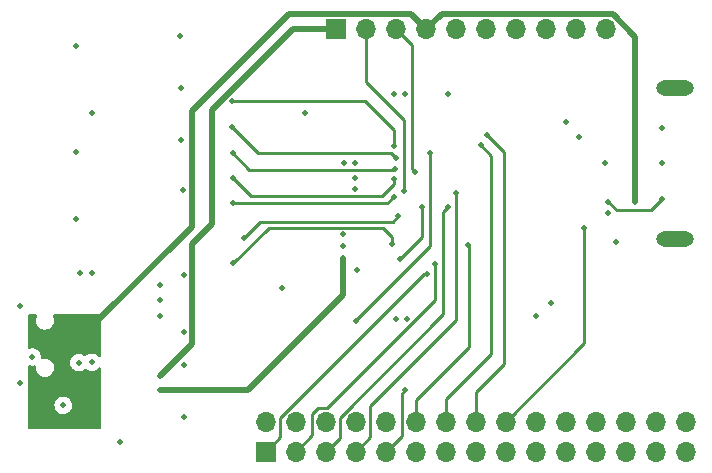
<source format=gbr>
%TF.GenerationSoftware,KiCad,Pcbnew,(6.0.2)*%
%TF.CreationDate,2022-03-17T20:21:47-04:00*%
%TF.ProjectId,sparkboxBreakout,73706172-6b62-46f7-9842-7265616b6f75,rev?*%
%TF.SameCoordinates,Original*%
%TF.FileFunction,Copper,L4,Bot*%
%TF.FilePolarity,Positive*%
%FSLAX46Y46*%
G04 Gerber Fmt 4.6, Leading zero omitted, Abs format (unit mm)*
G04 Created by KiCad (PCBNEW (6.0.2)) date 2022-03-17 20:21:47*
%MOMM*%
%LPD*%
G01*
G04 APERTURE LIST*
%TA.AperFunction,ComponentPad*%
%ADD10R,1.700000X1.700000*%
%TD*%
%TA.AperFunction,ComponentPad*%
%ADD11O,1.700000X1.700000*%
%TD*%
%TA.AperFunction,ComponentPad*%
%ADD12O,3.200000X1.300000*%
%TD*%
%TA.AperFunction,ViaPad*%
%ADD13C,0.460000*%
%TD*%
%TA.AperFunction,Conductor*%
%ADD14C,0.500000*%
%TD*%
%TA.AperFunction,Conductor*%
%ADD15C,0.250000*%
%TD*%
G04 APERTURE END LIST*
D10*
%TO.P,J4,1,Pin_1*%
%TO.N,FMC_DA0*%
X114100000Y-116850000D03*
D11*
%TO.P,J4,2,Pin_2*%
%TO.N,unconnected-(J4-Pad2)*%
X114100000Y-114310000D03*
%TO.P,J4,3,Pin_3*%
%TO.N,FMC_DA1*%
X116640000Y-116850000D03*
%TO.P,J4,4,Pin_4*%
%TO.N,+3V3*%
X116640000Y-114310000D03*
%TO.P,J4,5,Pin_5*%
%TO.N,FMC_DA2*%
X119180000Y-116850000D03*
%TO.P,J4,6,Pin_6*%
%TO.N,GND*%
X119180000Y-114310000D03*
%TO.P,J4,7,Pin_7*%
%TO.N,FMC_DA3*%
X121720000Y-116850000D03*
%TO.P,J4,8,Pin_8*%
%TO.N,FMC_NBL0*%
X121720000Y-114310000D03*
%TO.P,J4,9,Pin_9*%
%TO.N,FMC_DA4*%
X124260000Y-116850000D03*
%TO.P,J4,10,Pin_10*%
%TO.N,FMC_NBL1*%
X124260000Y-114310000D03*
%TO.P,J4,11,Pin_11*%
%TO.N,FMC_DA5*%
X126800000Y-116850000D03*
%TO.P,J4,12,Pin_12*%
%TO.N,FMC_NL*%
X126800000Y-114310000D03*
%TO.P,J4,13,Pin_13*%
%TO.N,FMC_DA6*%
X129340000Y-116850000D03*
%TO.P,J4,14,Pin_14*%
%TO.N,FMC_NWE*%
X129340000Y-114310000D03*
%TO.P,J4,15,Pin_15*%
%TO.N,FMC_DA7*%
X131880000Y-116850000D03*
%TO.P,J4,16,Pin_16*%
%TO.N,FMC_NOE*%
X131880000Y-114310000D03*
%TO.P,J4,17,Pin_17*%
%TO.N,FMC_DA8*%
X134420000Y-116850000D03*
%TO.P,J4,18,Pin_18*%
%TO.N,FMC_NE2*%
X134420000Y-114310000D03*
%TO.P,J4,19,Pin_19*%
%TO.N,FMC_DA9*%
X136960000Y-116850000D03*
%TO.P,J4,20,Pin_20*%
%TO.N,GND*%
X136960000Y-114310000D03*
%TO.P,J4,21,Pin_21*%
%TO.N,FMC_DA10*%
X139500000Y-116850000D03*
%TO.P,J4,22,Pin_22*%
%TO.N,GND*%
X139500000Y-114310000D03*
%TO.P,J4,23,Pin_23*%
%TO.N,FMC_DA11*%
X142040000Y-116850000D03*
%TO.P,J4,24,Pin_24*%
%TO.N,GND*%
X142040000Y-114310000D03*
%TO.P,J4,25,Pin_25*%
%TO.N,FMC_DA12*%
X144580000Y-116850000D03*
%TO.P,J4,26,Pin_26*%
%TO.N,+3V3*%
X144580000Y-114310000D03*
%TO.P,J4,27,Pin_27*%
%TO.N,FMC_DA13*%
X147120000Y-116850000D03*
%TO.P,J4,28,Pin_28*%
%TO.N,+3V3*%
X147120000Y-114310000D03*
%TO.P,J4,29,Pin_29*%
%TO.N,FMC_DA14*%
X149660000Y-116850000D03*
%TO.P,J4,30,Pin_30*%
%TO.N,FMC_DA15*%
X149660000Y-114310000D03*
%TD*%
D10*
%TO.P,J3,1,Pin_1*%
%TO.N,+3.3VA*%
X120075000Y-81100000D03*
D11*
%TO.P,J3,2,Pin_2*%
%TO.N,DAC_1*%
X122615000Y-81100000D03*
%TO.P,J3,3,Pin_3*%
%TO.N,DAC_2*%
X125155000Y-81100000D03*
%TO.P,J3,4,Pin_4*%
%TO.N,+5V*%
X127695000Y-81100000D03*
%TO.P,J3,5,Pin_5*%
%TO.N,I2C_SDA*%
X130235000Y-81100000D03*
%TO.P,J3,6,Pin_6*%
%TO.N,I2C_SCL*%
X132775000Y-81100000D03*
%TO.P,J3,7,Pin_7*%
%TO.N,SWCLK*%
X135315000Y-81100000D03*
%TO.P,J3,8,Pin_8*%
%TO.N,SWDIO*%
X137855000Y-81100000D03*
%TO.P,J3,9,Pin_9*%
%TO.N,+3V3*%
X140395000Y-81100000D03*
%TO.P,J3,10,Pin_10*%
%TO.N,GND*%
X142935000Y-81100000D03*
%TD*%
D12*
%TO.P,J2,10,SHIELD*%
%TO.N,GND*%
X148775000Y-98825000D03*
X148775000Y-86025000D03*
%TD*%
D13*
%TO.N,FMC_DA4*%
X125900000Y-111650000D03*
%TO.N,DAC_2*%
X126750000Y-93200000D03*
%TO.N,DAC_1*%
X125850000Y-94775000D03*
%TO.N,FMC_NBL1*%
X127375000Y-96100000D03*
X125475000Y-100575000D03*
%TO.N,FMC_NBL0*%
X128025000Y-91550000D03*
X121775000Y-105775000D03*
%TO.N,FMC_DA1*%
X128425000Y-101000000D03*
%TO.N,FMC_DA0*%
X127725000Y-101775000D03*
%TO.N,FMC_DA3*%
X130250000Y-94975000D03*
%TO.N,FMC_DA2*%
X129550000Y-96175000D03*
%TO.N,FMC_NL*%
X131250000Y-99350000D03*
%TO.N,FMC_NWE*%
X132300000Y-90900000D03*
%TO.N,FMC_NOE*%
X132825000Y-90050000D03*
%TO.N,FMC_NE2*%
X141050000Y-97950000D03*
%TO.N,BUTTON_USER*%
X124786362Y-99290939D03*
%TO.N,NRST*%
X125300000Y-96925000D03*
%TO.N,+5V*%
X145400000Y-95700000D03*
%TO.N,LED5*%
X125075000Y-92925000D03*
%TO.N,LED6*%
X124987094Y-93762906D03*
%TO.N,LED7*%
X124925000Y-95250000D03*
%TO.N,LED4*%
X125150000Y-92000000D03*
%TO.N,GND*%
X120650000Y-98450000D03*
%TO.N,BUTTON_USER*%
X111350000Y-100900000D03*
%TO.N,NRST*%
X112225000Y-98775000D03*
%TO.N,LED7*%
X111375000Y-95800000D03*
%TO.N,LED6*%
X111375000Y-93700000D03*
%TO.N,LED5*%
X111300000Y-91575000D03*
%TO.N,LED4*%
X111275000Y-89375000D03*
%TO.N,LED3*%
X111275000Y-87175000D03*
X124925000Y-91000000D03*
%TO.N,GND*%
X107175000Y-101925000D03*
X107175000Y-106750000D03*
X107175000Y-109525000D03*
X96950000Y-112925000D03*
X101750000Y-116050000D03*
X107150000Y-113900000D03*
%TO.N,+3V3*%
X105175000Y-105325000D03*
X105150000Y-102750000D03*
X105150000Y-104025000D03*
X124945000Y-86525000D03*
%TO.N,GND*%
X125905000Y-86525000D03*
X129525000Y-86550000D03*
X142850000Y-92400000D03*
X147625000Y-92425000D03*
X147625000Y-89425000D03*
%TO.N,USB_FS_VBUS*%
X147650000Y-95450000D03*
X143112500Y-95700000D03*
%TO.N,GND*%
X143100000Y-96650000D03*
%TO.N,+3V3*%
X139490000Y-88975000D03*
%TO.N,GND*%
X140650000Y-90245000D03*
%TO.N,+3V3*%
X143775000Y-99075000D03*
X138250000Y-104270000D03*
%TO.N,GND*%
X137005000Y-105375000D03*
%TO.N,+3V3*%
X126055000Y-105600000D03*
%TO.N,GND*%
X125095000Y-105600000D03*
X121800000Y-101435000D03*
X115525000Y-103000000D03*
X117400000Y-88200000D03*
%TO.N,+3V3*%
X121650000Y-94630000D03*
%TO.N,GND*%
X121650000Y-93670000D03*
%TO.N,+3V3*%
X121680000Y-92450000D03*
%TO.N,GND*%
X120720000Y-92450000D03*
X98075000Y-91475000D03*
X99425000Y-88150000D03*
X98075000Y-82525000D03*
%TO.N,+3V3*%
X98025000Y-97125000D03*
%TO.N,GND*%
X106865000Y-81685000D03*
X106915000Y-86060000D03*
X106915000Y-90435000D03*
X107065000Y-94710000D03*
%TO.N,+3.3VA*%
X120675000Y-100445000D03*
X120650000Y-99405000D03*
X105150000Y-110400000D03*
X105175000Y-111600000D03*
%TO.N,GND*%
X98350000Y-101700000D03*
X99400000Y-101700000D03*
X93275000Y-104480000D03*
X93275000Y-111020000D03*
X94350000Y-108825000D03*
X98275000Y-109300000D03*
X99375000Y-109275000D03*
%TO.N,+5V*%
X96850000Y-105625000D03*
X98300000Y-113900000D03*
X99350000Y-113900000D03*
X99350000Y-106325000D03*
X98325000Y-106350000D03*
X94575000Y-107125000D03*
%TD*%
D14*
%TO.N,+3.3VA*%
X120675000Y-103550000D02*
X120675000Y-100445000D01*
X112625000Y-111600000D02*
X120675000Y-103550000D01*
X105175000Y-111600000D02*
X112625000Y-111600000D01*
X120620000Y-99405000D02*
X120650000Y-99405000D01*
D15*
%TO.N,FMC_NBL0*%
X128025000Y-99475000D02*
X128025000Y-91550000D01*
X121775000Y-105775000D02*
X121775000Y-105725000D01*
X121775000Y-105725000D02*
X128025000Y-99475000D01*
%TO.N,FMC_NBL1*%
X125475000Y-100575000D02*
X127375000Y-98675000D01*
X127375000Y-98675000D02*
X127375000Y-96100000D01*
%TO.N,FMC_DA4*%
X125625489Y-115484511D02*
X124260000Y-116850000D01*
X125625489Y-111924511D02*
X125625489Y-115484511D01*
X125900000Y-111650000D02*
X125625489Y-111924511D01*
%TO.N,DAC_1*%
X122615000Y-85540000D02*
X122615000Y-81100000D01*
X125850000Y-88775000D02*
X122615000Y-85540000D01*
X125850000Y-94775000D02*
X125850000Y-88775000D01*
%TO.N,DAC_2*%
X126459511Y-82404511D02*
X125155000Y-81100000D01*
X126459511Y-92909511D02*
X126459511Y-82404511D01*
X126750000Y-93200000D02*
X126459511Y-92909511D01*
%TO.N,FMC_DA0*%
X115325000Y-115625000D02*
X114100000Y-116850000D01*
X115325000Y-113963990D02*
X115325000Y-115625000D01*
X127513990Y-101775000D02*
X115325000Y-113963990D01*
X127725000Y-101775000D02*
X127513990Y-101775000D01*
%TO.N,FMC_DA1*%
X118025000Y-115465000D02*
X116640000Y-116850000D01*
X118025000Y-115100000D02*
X118025000Y-115465000D01*
X118005489Y-115080489D02*
X118025000Y-115100000D01*
X118005489Y-113619511D02*
X118005489Y-115080489D01*
X119303709Y-113135489D02*
X118489511Y-113135489D01*
X128425000Y-101000000D02*
X128425000Y-104014198D01*
X118489511Y-113135489D02*
X118005489Y-113619511D01*
X128425000Y-104014198D02*
X119303709Y-113135489D01*
D14*
%TO.N,+3.3VA*%
X116389025Y-81100000D02*
X120075000Y-81100000D01*
X109550000Y-87939025D02*
X116389025Y-81100000D01*
X107854511Y-99270489D02*
X109550000Y-97575000D01*
X109550000Y-97575000D02*
X109550000Y-87939025D01*
X107854511Y-107695489D02*
X107854511Y-99270489D01*
X105150000Y-110400000D02*
X107854511Y-107695489D01*
%TO.N,+5V*%
X126395000Y-79800000D02*
X127695000Y-81100000D01*
X107850000Y-88025000D02*
X116075000Y-79800000D01*
X116075000Y-79800000D02*
X126395000Y-79800000D01*
X107850000Y-97825000D02*
X107850000Y-88025000D01*
X99350000Y-106325000D02*
X107850000Y-97825000D01*
D15*
%TO.N,FMC_DA3*%
X122975000Y-115595000D02*
X121720000Y-116850000D01*
X122975000Y-112975000D02*
X122975000Y-115595000D01*
X130250000Y-105700000D02*
X122975000Y-112975000D01*
X130250000Y-94975000D02*
X130250000Y-105700000D01*
%TO.N,BUTTON_USER*%
X114354511Y-97895489D02*
X111350000Y-100900000D01*
X123995489Y-97895489D02*
X114354511Y-97895489D01*
X124786362Y-98686362D02*
X123995489Y-97895489D01*
X124786362Y-99290939D02*
X124786362Y-98686362D01*
%TO.N,FMC_NL*%
X126800000Y-112475000D02*
X126800000Y-114310000D01*
X131275000Y-108000000D02*
X126800000Y-112475000D01*
X131250000Y-99350000D02*
X131275000Y-99375000D01*
X131275000Y-99375000D02*
X131275000Y-108000000D01*
%TO.N,FMC_DA2*%
X120354511Y-113995489D02*
X120354511Y-115675489D01*
X129150000Y-96575000D02*
X129150000Y-105200000D01*
X129550000Y-96175000D02*
X129150000Y-96575000D01*
X120354511Y-115675489D02*
X119180000Y-116850000D01*
X129150000Y-105200000D02*
X120354511Y-113995489D01*
%TO.N,FMC_NWE*%
X129340000Y-112410000D02*
X129340000Y-114310000D01*
X133175000Y-91775000D02*
X133175000Y-108575000D01*
X133175000Y-108575000D02*
X129340000Y-112410000D01*
X132300000Y-90900000D02*
X133175000Y-91775000D01*
%TO.N,FMC_NOE*%
X134250000Y-109450000D02*
X134250000Y-91475000D01*
X134250000Y-91475000D02*
X132825000Y-90050000D01*
X131880000Y-111820000D02*
X134250000Y-109450000D01*
X131880000Y-114310000D02*
X131880000Y-111820000D01*
%TO.N,FMC_NE2*%
X141050000Y-107680000D02*
X134420000Y-114310000D01*
X141050000Y-97950000D02*
X141050000Y-107680000D01*
%TO.N,NRST*%
X113625000Y-97375000D02*
X112225000Y-98775000D01*
X124850000Y-97375000D02*
X113625000Y-97375000D01*
X125300000Y-96925000D02*
X124850000Y-97375000D01*
D14*
%TO.N,+5V*%
X128994511Y-79800489D02*
X127695000Y-81100000D01*
X143473276Y-79800489D02*
X128994511Y-79800489D01*
X145400000Y-81727213D02*
X143473276Y-79800489D01*
X145400000Y-95700000D02*
X145400000Y-81727213D01*
D15*
%TO.N,USB_FS_VBUS*%
X146700000Y-96400000D02*
X147650000Y-95450000D01*
X143812500Y-96400000D02*
X146700000Y-96400000D01*
X143112500Y-95700000D02*
X143812500Y-96400000D01*
%TO.N,LED6*%
X112859511Y-95184511D02*
X111375000Y-93700000D01*
X123965489Y-95184511D02*
X112859511Y-95184511D01*
X124987094Y-93762906D02*
X124987094Y-94162906D01*
X124987094Y-94162906D02*
X123965489Y-95184511D01*
%TO.N,LED7*%
X124925000Y-95250000D02*
X124375000Y-95800000D01*
X124375000Y-95800000D02*
X111375000Y-95800000D01*
%TO.N,LED5*%
X112729511Y-93004511D02*
X111300000Y-91575000D01*
X124995489Y-93004511D02*
X112729511Y-93004511D01*
X125075000Y-92925000D02*
X124995489Y-93004511D01*
%TO.N,LED4*%
X113454511Y-91554511D02*
X111275000Y-89375000D01*
X124704511Y-91554511D02*
X113454511Y-91554511D01*
X125150000Y-92000000D02*
X124704511Y-91554511D01*
%TO.N,LED3*%
X122475000Y-87175000D02*
X111275000Y-87175000D01*
X124925000Y-89625000D02*
X122475000Y-87175000D01*
X124925000Y-91000000D02*
X124925000Y-89625000D01*
%TD*%
%TA.AperFunction,Conductor*%
%TO.N,+5V*%
G36*
X94701966Y-105245002D02*
G01*
X94748459Y-105298658D01*
X94758563Y-105368932D01*
X94742799Y-105414285D01*
X94724674Y-105445490D01*
X94722553Y-105452494D01*
X94722551Y-105452498D01*
X94682879Y-105583488D01*
X94673405Y-105614767D01*
X94662453Y-105791298D01*
X94692406Y-105965614D01*
X94761657Y-106128364D01*
X94765990Y-106134252D01*
X94765993Y-106134257D01*
X94815201Y-106201122D01*
X94866492Y-106270818D01*
X94872070Y-106275557D01*
X94872073Y-106275560D01*
X94995706Y-106380594D01*
X94995710Y-106380597D01*
X95001285Y-106385333D01*
X95082820Y-106426967D01*
X95152292Y-106462442D01*
X95152294Y-106462443D01*
X95158808Y-106465769D01*
X95165913Y-106467508D01*
X95165917Y-106467509D01*
X95248238Y-106487652D01*
X95330610Y-106507808D01*
X95336212Y-106508156D01*
X95336215Y-106508156D01*
X95339825Y-106508380D01*
X95339835Y-106508380D01*
X95341764Y-106508500D01*
X95469293Y-106508500D01*
X95539036Y-106500369D01*
X95593411Y-106494030D01*
X95593415Y-106494029D01*
X95600681Y-106493182D01*
X95607556Y-106490687D01*
X95607558Y-106490686D01*
X95760061Y-106435329D01*
X95760062Y-106435329D01*
X95766937Y-106432833D01*
X95773054Y-106428822D01*
X95773057Y-106428821D01*
X95908733Y-106339868D01*
X95908734Y-106339867D01*
X95914852Y-106335856D01*
X96036490Y-106207453D01*
X96125326Y-106054510D01*
X96154436Y-105958398D01*
X96174473Y-105892239D01*
X96176595Y-105885233D01*
X96187547Y-105708702D01*
X96157594Y-105534386D01*
X96119768Y-105445490D01*
X96100554Y-105400333D01*
X96092288Y-105329819D01*
X96123456Y-105266030D01*
X96184164Y-105229219D01*
X96216495Y-105225000D01*
X100048674Y-105225000D01*
X100116795Y-105245002D01*
X100163288Y-105298658D01*
X100174674Y-105351325D01*
X100165997Y-108718044D01*
X100145819Y-108786113D01*
X100092044Y-108832467D01*
X100021744Y-108842390D01*
X99957239Y-108812730D01*
X99950591Y-108806503D01*
X99845638Y-108700814D01*
X99845634Y-108700811D01*
X99840675Y-108695817D01*
X99830520Y-108689372D01*
X99768871Y-108650249D01*
X99700786Y-108607041D01*
X99604150Y-108572630D01*
X99551338Y-108553824D01*
X99551336Y-108553823D01*
X99544704Y-108551462D01*
X99537718Y-108550629D01*
X99537714Y-108550628D01*
X99421501Y-108536771D01*
X99380188Y-108531845D01*
X99373186Y-108532581D01*
X99373184Y-108532581D01*
X99222415Y-108548428D01*
X99222413Y-108548428D01*
X99215415Y-108549164D01*
X99058572Y-108602557D01*
X99014491Y-108629676D01*
X98975446Y-108653697D01*
X98917457Y-108689372D01*
X98912428Y-108694297D01*
X98912420Y-108694303D01*
X98899482Y-108706974D01*
X98836818Y-108740346D01*
X98766059Y-108734541D01*
X98741088Y-108720166D01*
X98740675Y-108720817D01*
X98600786Y-108632041D01*
X98504150Y-108597630D01*
X98451338Y-108578824D01*
X98451336Y-108578823D01*
X98444704Y-108576462D01*
X98437718Y-108575629D01*
X98437714Y-108575628D01*
X98321501Y-108561771D01*
X98280188Y-108556845D01*
X98273186Y-108557581D01*
X98273184Y-108557581D01*
X98122415Y-108573428D01*
X98122413Y-108573428D01*
X98115415Y-108574164D01*
X97958572Y-108627557D01*
X97945141Y-108635820D01*
X97823459Y-108710679D01*
X97823456Y-108710681D01*
X97817457Y-108714372D01*
X97699082Y-108830293D01*
X97695263Y-108836218D01*
X97695262Y-108836220D01*
X97655636Y-108897708D01*
X97609331Y-108969559D01*
X97606920Y-108976182D01*
X97606919Y-108976185D01*
X97555075Y-109118626D01*
X97555074Y-109118631D01*
X97552665Y-109125249D01*
X97531899Y-109289624D01*
X97548067Y-109454514D01*
X97550291Y-109461199D01*
X97550291Y-109461200D01*
X97559321Y-109488346D01*
X97600364Y-109611725D01*
X97686192Y-109753443D01*
X97801284Y-109872625D01*
X97807176Y-109876480D01*
X97807180Y-109876484D01*
X97934024Y-109959488D01*
X97939920Y-109963346D01*
X97946524Y-109965802D01*
X97946526Y-109965803D01*
X98017565Y-109992222D01*
X98095210Y-110021098D01*
X98259436Y-110043010D01*
X98266447Y-110042372D01*
X98266451Y-110042372D01*
X98417415Y-110028633D01*
X98424436Y-110027994D01*
X98431138Y-110025816D01*
X98431140Y-110025816D01*
X98575309Y-109978973D01*
X98575312Y-109978972D01*
X98582008Y-109976796D01*
X98652980Y-109934488D01*
X98718267Y-109895570D01*
X98718270Y-109895568D01*
X98724322Y-109891960D01*
X98751673Y-109865914D01*
X98814796Y-109833423D01*
X98885467Y-109840216D01*
X98907554Y-109851728D01*
X99039920Y-109938346D01*
X99046524Y-109940802D01*
X99046526Y-109940803D01*
X99093838Y-109958398D01*
X99195210Y-109996098D01*
X99359436Y-110018010D01*
X99366447Y-110017372D01*
X99366451Y-110017372D01*
X99517415Y-110003633D01*
X99524436Y-110002994D01*
X99531138Y-110000816D01*
X99531140Y-110000816D01*
X99675309Y-109953973D01*
X99675312Y-109953972D01*
X99682008Y-109951796D01*
X99782384Y-109891960D01*
X99818267Y-109870570D01*
X99818270Y-109870568D01*
X99824322Y-109866960D01*
X99944304Y-109752702D01*
X99944730Y-109753150D01*
X99999706Y-109716577D01*
X100070694Y-109715453D01*
X100131020Y-109752887D01*
X100161531Y-109816993D01*
X100163113Y-109837219D01*
X100153294Y-113647030D01*
X100150324Y-114799325D01*
X100130146Y-114867394D01*
X100076371Y-114913748D01*
X100024324Y-114925000D01*
X94076000Y-114925000D01*
X94007879Y-114904998D01*
X93961386Y-114851342D01*
X93950000Y-114799000D01*
X93950000Y-112914624D01*
X96206899Y-112914624D01*
X96223067Y-113079514D01*
X96275364Y-113236725D01*
X96361192Y-113378443D01*
X96476284Y-113497625D01*
X96482176Y-113501480D01*
X96482180Y-113501484D01*
X96609024Y-113584488D01*
X96614920Y-113588346D01*
X96621524Y-113590802D01*
X96621526Y-113590803D01*
X96692565Y-113617222D01*
X96770210Y-113646098D01*
X96934436Y-113668010D01*
X96941447Y-113667372D01*
X96941451Y-113667372D01*
X97092415Y-113653633D01*
X97099436Y-113652994D01*
X97106138Y-113650816D01*
X97106140Y-113650816D01*
X97250309Y-113603973D01*
X97250312Y-113603972D01*
X97257008Y-113601796D01*
X97326881Y-113560143D01*
X97393267Y-113520570D01*
X97393270Y-113520568D01*
X97399322Y-113516960D01*
X97464118Y-113455255D01*
X97514200Y-113407563D01*
X97514202Y-113407561D01*
X97519304Y-113402702D01*
X97610990Y-113264703D01*
X97669825Y-113109820D01*
X97692883Y-112945751D01*
X97693173Y-112925000D01*
X97674705Y-112760351D01*
X97620218Y-112603886D01*
X97532420Y-112463380D01*
X97415675Y-112345817D01*
X97405520Y-112339372D01*
X97361447Y-112311403D01*
X97275786Y-112257041D01*
X97179150Y-112222630D01*
X97126338Y-112203824D01*
X97126336Y-112203823D01*
X97119704Y-112201462D01*
X97112718Y-112200629D01*
X97112714Y-112200628D01*
X96996501Y-112186771D01*
X96955188Y-112181845D01*
X96948186Y-112182581D01*
X96948184Y-112182581D01*
X96797415Y-112198428D01*
X96797413Y-112198428D01*
X96790415Y-112199164D01*
X96633572Y-112252557D01*
X96620141Y-112260820D01*
X96498459Y-112335679D01*
X96498456Y-112335681D01*
X96492457Y-112339372D01*
X96374082Y-112455293D01*
X96284331Y-112594559D01*
X96281920Y-112601182D01*
X96281919Y-112601185D01*
X96230075Y-112743626D01*
X96230074Y-112743631D01*
X96227665Y-112750249D01*
X96206899Y-112914624D01*
X93950000Y-112914624D01*
X93950000Y-111345948D01*
X93958212Y-111301204D01*
X93992325Y-111211402D01*
X93992326Y-111211400D01*
X93994825Y-111204820D01*
X94017883Y-111040751D01*
X94018173Y-111020000D01*
X93999705Y-110855351D01*
X93957009Y-110732745D01*
X93950000Y-110691308D01*
X93950000Y-109645492D01*
X93970002Y-109577371D01*
X94023658Y-109530878D01*
X94093932Y-109520774D01*
X94119916Y-109527394D01*
X94170210Y-109546098D01*
X94334436Y-109568010D01*
X94341447Y-109567372D01*
X94341451Y-109567372D01*
X94492415Y-109553633D01*
X94499436Y-109552994D01*
X94506140Y-109550816D01*
X94513037Y-109549400D01*
X94513371Y-109551027D01*
X94575695Y-109549244D01*
X94636494Y-109585904D01*
X94667822Y-109649615D01*
X94669426Y-109678905D01*
X94662453Y-109791298D01*
X94663693Y-109798514D01*
X94663693Y-109798516D01*
X94687720Y-109938346D01*
X94692406Y-109965614D01*
X94761657Y-110128364D01*
X94765990Y-110134252D01*
X94765993Y-110134257D01*
X94815201Y-110201122D01*
X94866492Y-110270818D01*
X94872070Y-110275557D01*
X94872073Y-110275560D01*
X94995706Y-110380594D01*
X94995710Y-110380597D01*
X95001285Y-110385333D01*
X95082820Y-110426967D01*
X95152292Y-110462442D01*
X95152294Y-110462443D01*
X95158808Y-110465769D01*
X95165913Y-110467508D01*
X95165917Y-110467509D01*
X95248238Y-110487652D01*
X95330610Y-110507808D01*
X95336212Y-110508156D01*
X95336215Y-110508156D01*
X95339825Y-110508380D01*
X95339835Y-110508380D01*
X95341764Y-110508500D01*
X95469293Y-110508500D01*
X95539036Y-110500369D01*
X95593411Y-110494030D01*
X95593415Y-110494029D01*
X95600681Y-110493182D01*
X95607556Y-110490687D01*
X95607558Y-110490686D01*
X95760061Y-110435329D01*
X95760062Y-110435329D01*
X95766937Y-110432833D01*
X95773054Y-110428822D01*
X95773057Y-110428821D01*
X95908733Y-110339868D01*
X95908734Y-110339867D01*
X95914852Y-110335856D01*
X96036490Y-110207453D01*
X96125326Y-110054510D01*
X96129003Y-110042372D01*
X96174473Y-109892239D01*
X96176595Y-109885233D01*
X96187547Y-109708702D01*
X96182428Y-109678908D01*
X96158834Y-109541602D01*
X96158834Y-109541601D01*
X96157594Y-109534386D01*
X96088343Y-109371636D01*
X96084010Y-109365748D01*
X96084007Y-109365743D01*
X95987846Y-109235077D01*
X95983508Y-109229182D01*
X95977930Y-109224443D01*
X95977927Y-109224440D01*
X95854294Y-109119406D01*
X95854290Y-109119403D01*
X95848715Y-109114667D01*
X95755693Y-109067167D01*
X95697708Y-109037558D01*
X95697706Y-109037557D01*
X95691192Y-109034231D01*
X95684087Y-109032492D01*
X95684083Y-109032491D01*
X95591431Y-109009820D01*
X95519390Y-108992192D01*
X95513788Y-108991844D01*
X95513785Y-108991844D01*
X95510175Y-108991620D01*
X95510165Y-108991620D01*
X95508236Y-108991500D01*
X95380707Y-108991500D01*
X95310964Y-108999631D01*
X95256589Y-109005970D01*
X95256585Y-109005971D01*
X95249319Y-109006818D01*
X95243096Y-109009077D01*
X95172487Y-109005296D01*
X95114899Y-108963774D01*
X95088901Y-108897708D01*
X95089625Y-108868937D01*
X95092331Y-108849680D01*
X95092331Y-108849677D01*
X95092883Y-108845751D01*
X95093173Y-108825000D01*
X95074705Y-108660351D01*
X95066163Y-108635820D01*
X95036495Y-108550628D01*
X95020218Y-108503886D01*
X94932420Y-108363380D01*
X94815675Y-108245817D01*
X94805520Y-108239372D01*
X94761447Y-108211403D01*
X94675786Y-108157041D01*
X94579150Y-108122630D01*
X94526338Y-108103824D01*
X94526336Y-108103823D01*
X94519704Y-108101462D01*
X94512718Y-108100629D01*
X94512714Y-108100628D01*
X94396501Y-108086771D01*
X94355188Y-108081845D01*
X94348186Y-108082581D01*
X94348184Y-108082581D01*
X94197415Y-108098428D01*
X94197413Y-108098428D01*
X94190415Y-108099164D01*
X94116604Y-108124291D01*
X94045673Y-108127309D01*
X93984369Y-108091499D01*
X93952158Y-108028230D01*
X93950000Y-108005013D01*
X93950000Y-105351000D01*
X93970002Y-105282879D01*
X94023658Y-105236386D01*
X94076000Y-105225000D01*
X94633845Y-105225000D01*
X94701966Y-105245002D01*
G37*
%TD.AperFunction*%
%TD*%
M02*

</source>
